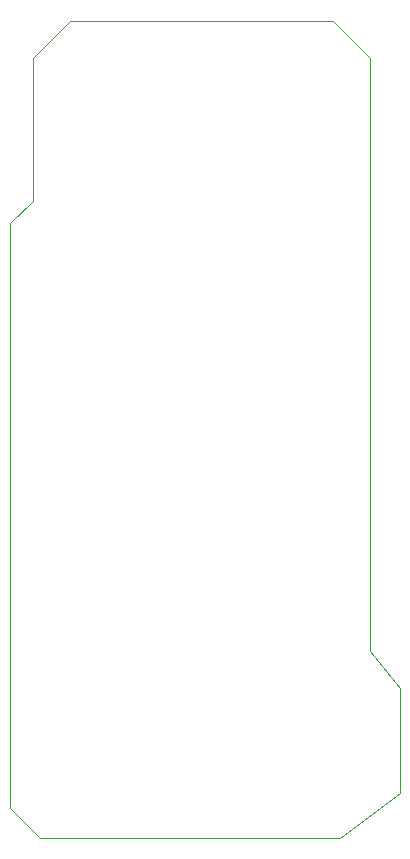
<source format=gm1>
G04 #@! TF.GenerationSoftware,KiCad,Pcbnew,8.0.1*
G04 #@! TF.CreationDate,2024-03-30T15:42:24-03:00*
G04 #@! TF.ProjectId,Sombrero_MSX_Goa'uld,536f6d62-7265-4726-9f5f-4d53585f476f,rev?*
G04 #@! TF.SameCoordinates,Original*
G04 #@! TF.FileFunction,Profile,NP*
%FSLAX46Y46*%
G04 Gerber Fmt 4.6, Leading zero omitted, Abs format (unit mm)*
G04 Created by KiCad (PCBNEW 8.0.1) date 2024-03-30 15:42:24*
%MOMM*%
%LPD*%
G01*
G04 APERTURE LIST*
G04 #@! TA.AperFunction,Profile*
%ADD10C,0.050000*%
G04 #@! TD*
G04 APERTURE END LIST*
D10*
X182245000Y-137160000D02*
X182245000Y-127000000D01*
X184785000Y-139700000D02*
X182245000Y-137160000D01*
X192405000Y-139700000D02*
X210185000Y-139700000D01*
X192405000Y-139700000D02*
X185420000Y-139700000D01*
X212725000Y-123825000D02*
X212725000Y-73660000D01*
X187325000Y-70485000D02*
X209550000Y-70485000D01*
X184150000Y-85725000D02*
X184150000Y-73660000D01*
X184150000Y-73660000D02*
X187325000Y-70485000D01*
X215265000Y-134620000D02*
X215265000Y-127000000D01*
X185420000Y-139700000D02*
X184785000Y-139700000D01*
X215265000Y-135890000D02*
X215265000Y-134620000D01*
X182245000Y-127000000D02*
X182245000Y-87630000D01*
X215265000Y-127000000D02*
X212725000Y-123825000D01*
X182245000Y-87630000D02*
X184150000Y-85725000D01*
X210185000Y-139700000D02*
X215265000Y-135890000D01*
X212725000Y-73660000D02*
X209550000Y-70485000D01*
M02*

</source>
